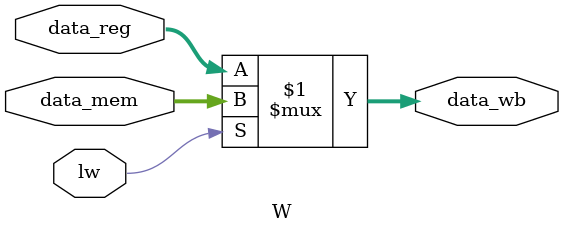
<source format=v>
module W(data_mem, data_reg, lw, data_wb);
	input lw;
	input [31:0] data_mem, data_reg;
	
	output [31:0] data_wb;
	
	assign data_wb = lw ? data_mem:data_reg;
	
endmodule
</source>
